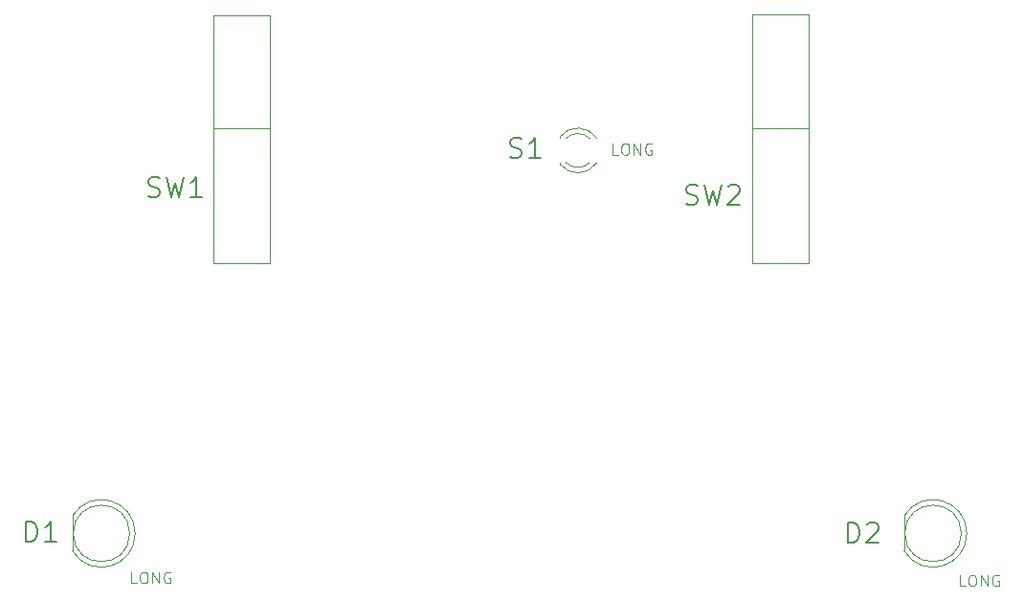
<source format=gbr>
%TF.GenerationSoftware,KiCad,Pcbnew,9.0.7-9.0.7~ubuntu24.04.1*%
%TF.CreationDate,2026-01-20T11:30:11-05:00*%
%TF.ProjectId,GS_Circuit,47535f43-6972-4637-9569-742e6b696361,rev?*%
%TF.SameCoordinates,Original*%
%TF.FileFunction,Legend,Top*%
%TF.FilePolarity,Positive*%
%FSLAX46Y46*%
G04 Gerber Fmt 4.6, Leading zero omitted, Abs format (unit mm)*
G04 Created by KiCad (PCBNEW 9.0.7-9.0.7~ubuntu24.04.1) date 2026-01-20 11:30:11*
%MOMM*%
%LPD*%
G01*
G04 APERTURE LIST*
%ADD10C,0.203200*%
%ADD11C,0.100000*%
%ADD12C,0.120000*%
G04 APERTURE END LIST*
D10*
X16707667Y-60651970D02*
X16707667Y-58873970D01*
X16707667Y-58873970D02*
X17131000Y-58873970D01*
X17131000Y-58873970D02*
X17385000Y-58958637D01*
X17385000Y-58958637D02*
X17554334Y-59127970D01*
X17554334Y-59127970D02*
X17639000Y-59297304D01*
X17639000Y-59297304D02*
X17723667Y-59635970D01*
X17723667Y-59635970D02*
X17723667Y-59889970D01*
X17723667Y-59889970D02*
X17639000Y-60228637D01*
X17639000Y-60228637D02*
X17554334Y-60397970D01*
X17554334Y-60397970D02*
X17385000Y-60567304D01*
X17385000Y-60567304D02*
X17131000Y-60651970D01*
X17131000Y-60651970D02*
X16707667Y-60651970D01*
X19417000Y-60651970D02*
X18401000Y-60651970D01*
X18909000Y-60651970D02*
X18909000Y-58873970D01*
X18909000Y-58873970D02*
X18739667Y-59127970D01*
X18739667Y-59127970D02*
X18570334Y-59297304D01*
X18570334Y-59297304D02*
X18401000Y-59381970D01*
D11*
X26540074Y-64362419D02*
X26063884Y-64362419D01*
X26063884Y-64362419D02*
X26063884Y-63362419D01*
X27063884Y-63362419D02*
X27254360Y-63362419D01*
X27254360Y-63362419D02*
X27349598Y-63410038D01*
X27349598Y-63410038D02*
X27444836Y-63505276D01*
X27444836Y-63505276D02*
X27492455Y-63695752D01*
X27492455Y-63695752D02*
X27492455Y-64029085D01*
X27492455Y-64029085D02*
X27444836Y-64219561D01*
X27444836Y-64219561D02*
X27349598Y-64314800D01*
X27349598Y-64314800D02*
X27254360Y-64362419D01*
X27254360Y-64362419D02*
X27063884Y-64362419D01*
X27063884Y-64362419D02*
X26968646Y-64314800D01*
X26968646Y-64314800D02*
X26873408Y-64219561D01*
X26873408Y-64219561D02*
X26825789Y-64029085D01*
X26825789Y-64029085D02*
X26825789Y-63695752D01*
X26825789Y-63695752D02*
X26873408Y-63505276D01*
X26873408Y-63505276D02*
X26968646Y-63410038D01*
X26968646Y-63410038D02*
X27063884Y-63362419D01*
X27921027Y-64362419D02*
X27921027Y-63362419D01*
X27921027Y-63362419D02*
X28492455Y-64362419D01*
X28492455Y-64362419D02*
X28492455Y-63362419D01*
X29492455Y-63410038D02*
X29397217Y-63362419D01*
X29397217Y-63362419D02*
X29254360Y-63362419D01*
X29254360Y-63362419D02*
X29111503Y-63410038D01*
X29111503Y-63410038D02*
X29016265Y-63505276D01*
X29016265Y-63505276D02*
X28968646Y-63600514D01*
X28968646Y-63600514D02*
X28921027Y-63790990D01*
X28921027Y-63790990D02*
X28921027Y-63933847D01*
X28921027Y-63933847D02*
X28968646Y-64124323D01*
X28968646Y-64124323D02*
X29016265Y-64219561D01*
X29016265Y-64219561D02*
X29111503Y-64314800D01*
X29111503Y-64314800D02*
X29254360Y-64362419D01*
X29254360Y-64362419D02*
X29349598Y-64362419D01*
X29349598Y-64362419D02*
X29492455Y-64314800D01*
X29492455Y-64314800D02*
X29540074Y-64267180D01*
X29540074Y-64267180D02*
X29540074Y-63933847D01*
X29540074Y-63933847D02*
X29349598Y-63933847D01*
D10*
X59545333Y-26647304D02*
X59799333Y-26731970D01*
X59799333Y-26731970D02*
X60222667Y-26731970D01*
X60222667Y-26731970D02*
X60392000Y-26647304D01*
X60392000Y-26647304D02*
X60476667Y-26562637D01*
X60476667Y-26562637D02*
X60561333Y-26393304D01*
X60561333Y-26393304D02*
X60561333Y-26223970D01*
X60561333Y-26223970D02*
X60476667Y-26054637D01*
X60476667Y-26054637D02*
X60392000Y-25969970D01*
X60392000Y-25969970D02*
X60222667Y-25885304D01*
X60222667Y-25885304D02*
X59884000Y-25800637D01*
X59884000Y-25800637D02*
X59714667Y-25715970D01*
X59714667Y-25715970D02*
X59630000Y-25631304D01*
X59630000Y-25631304D02*
X59545333Y-25461970D01*
X59545333Y-25461970D02*
X59545333Y-25292637D01*
X59545333Y-25292637D02*
X59630000Y-25123304D01*
X59630000Y-25123304D02*
X59714667Y-25038637D01*
X59714667Y-25038637D02*
X59884000Y-24953970D01*
X59884000Y-24953970D02*
X60307333Y-24953970D01*
X60307333Y-24953970D02*
X60561333Y-25038637D01*
X62254666Y-26731970D02*
X61238666Y-26731970D01*
X61746666Y-26731970D02*
X61746666Y-24953970D01*
X61746666Y-24953970D02*
X61577333Y-25207970D01*
X61577333Y-25207970D02*
X61408000Y-25377304D01*
X61408000Y-25377304D02*
X61238666Y-25461970D01*
D11*
X69144074Y-26460419D02*
X68667884Y-26460419D01*
X68667884Y-26460419D02*
X68667884Y-25460419D01*
X69667884Y-25460419D02*
X69858360Y-25460419D01*
X69858360Y-25460419D02*
X69953598Y-25508038D01*
X69953598Y-25508038D02*
X70048836Y-25603276D01*
X70048836Y-25603276D02*
X70096455Y-25793752D01*
X70096455Y-25793752D02*
X70096455Y-26127085D01*
X70096455Y-26127085D02*
X70048836Y-26317561D01*
X70048836Y-26317561D02*
X69953598Y-26412800D01*
X69953598Y-26412800D02*
X69858360Y-26460419D01*
X69858360Y-26460419D02*
X69667884Y-26460419D01*
X69667884Y-26460419D02*
X69572646Y-26412800D01*
X69572646Y-26412800D02*
X69477408Y-26317561D01*
X69477408Y-26317561D02*
X69429789Y-26127085D01*
X69429789Y-26127085D02*
X69429789Y-25793752D01*
X69429789Y-25793752D02*
X69477408Y-25603276D01*
X69477408Y-25603276D02*
X69572646Y-25508038D01*
X69572646Y-25508038D02*
X69667884Y-25460419D01*
X70525027Y-26460419D02*
X70525027Y-25460419D01*
X70525027Y-25460419D02*
X71096455Y-26460419D01*
X71096455Y-26460419D02*
X71096455Y-25460419D01*
X72096455Y-25508038D02*
X72001217Y-25460419D01*
X72001217Y-25460419D02*
X71858360Y-25460419D01*
X71858360Y-25460419D02*
X71715503Y-25508038D01*
X71715503Y-25508038D02*
X71620265Y-25603276D01*
X71620265Y-25603276D02*
X71572646Y-25698514D01*
X71572646Y-25698514D02*
X71525027Y-25888990D01*
X71525027Y-25888990D02*
X71525027Y-26031847D01*
X71525027Y-26031847D02*
X71572646Y-26222323D01*
X71572646Y-26222323D02*
X71620265Y-26317561D01*
X71620265Y-26317561D02*
X71715503Y-26412800D01*
X71715503Y-26412800D02*
X71858360Y-26460419D01*
X71858360Y-26460419D02*
X71953598Y-26460419D01*
X71953598Y-26460419D02*
X72096455Y-26412800D01*
X72096455Y-26412800D02*
X72144074Y-26365180D01*
X72144074Y-26365180D02*
X72144074Y-26031847D01*
X72144074Y-26031847D02*
X71953598Y-26031847D01*
D10*
X75139333Y-30777304D02*
X75393333Y-30861970D01*
X75393333Y-30861970D02*
X75816667Y-30861970D01*
X75816667Y-30861970D02*
X75986000Y-30777304D01*
X75986000Y-30777304D02*
X76070667Y-30692637D01*
X76070667Y-30692637D02*
X76155333Y-30523304D01*
X76155333Y-30523304D02*
X76155333Y-30353970D01*
X76155333Y-30353970D02*
X76070667Y-30184637D01*
X76070667Y-30184637D02*
X75986000Y-30099970D01*
X75986000Y-30099970D02*
X75816667Y-30015304D01*
X75816667Y-30015304D02*
X75478000Y-29930637D01*
X75478000Y-29930637D02*
X75308667Y-29845970D01*
X75308667Y-29845970D02*
X75224000Y-29761304D01*
X75224000Y-29761304D02*
X75139333Y-29591970D01*
X75139333Y-29591970D02*
X75139333Y-29422637D01*
X75139333Y-29422637D02*
X75224000Y-29253304D01*
X75224000Y-29253304D02*
X75308667Y-29168637D01*
X75308667Y-29168637D02*
X75478000Y-29083970D01*
X75478000Y-29083970D02*
X75901333Y-29083970D01*
X75901333Y-29083970D02*
X76155333Y-29168637D01*
X76748000Y-29083970D02*
X77171333Y-30861970D01*
X77171333Y-30861970D02*
X77510000Y-29591970D01*
X77510000Y-29591970D02*
X77848666Y-30861970D01*
X77848666Y-30861970D02*
X78272000Y-29083970D01*
X78864666Y-29253304D02*
X78949333Y-29168637D01*
X78949333Y-29168637D02*
X79118666Y-29083970D01*
X79118666Y-29083970D02*
X79542000Y-29083970D01*
X79542000Y-29083970D02*
X79711333Y-29168637D01*
X79711333Y-29168637D02*
X79796000Y-29253304D01*
X79796000Y-29253304D02*
X79880666Y-29422637D01*
X79880666Y-29422637D02*
X79880666Y-29591970D01*
X79880666Y-29591970D02*
X79796000Y-29845970D01*
X79796000Y-29845970D02*
X78780000Y-30861970D01*
X78780000Y-30861970D02*
X79880666Y-30861970D01*
X89502667Y-60801970D02*
X89502667Y-59023970D01*
X89502667Y-59023970D02*
X89926000Y-59023970D01*
X89926000Y-59023970D02*
X90180000Y-59108637D01*
X90180000Y-59108637D02*
X90349334Y-59277970D01*
X90349334Y-59277970D02*
X90434000Y-59447304D01*
X90434000Y-59447304D02*
X90518667Y-59785970D01*
X90518667Y-59785970D02*
X90518667Y-60039970D01*
X90518667Y-60039970D02*
X90434000Y-60378637D01*
X90434000Y-60378637D02*
X90349334Y-60547970D01*
X90349334Y-60547970D02*
X90180000Y-60717304D01*
X90180000Y-60717304D02*
X89926000Y-60801970D01*
X89926000Y-60801970D02*
X89502667Y-60801970D01*
X91196000Y-59193304D02*
X91280667Y-59108637D01*
X91280667Y-59108637D02*
X91450000Y-59023970D01*
X91450000Y-59023970D02*
X91873334Y-59023970D01*
X91873334Y-59023970D02*
X92042667Y-59108637D01*
X92042667Y-59108637D02*
X92127334Y-59193304D01*
X92127334Y-59193304D02*
X92212000Y-59362637D01*
X92212000Y-59362637D02*
X92212000Y-59531970D01*
X92212000Y-59531970D02*
X92127334Y-59785970D01*
X92127334Y-59785970D02*
X91111334Y-60801970D01*
X91111334Y-60801970D02*
X92212000Y-60801970D01*
D11*
X99860074Y-64622419D02*
X99383884Y-64622419D01*
X99383884Y-64622419D02*
X99383884Y-63622419D01*
X100383884Y-63622419D02*
X100574360Y-63622419D01*
X100574360Y-63622419D02*
X100669598Y-63670038D01*
X100669598Y-63670038D02*
X100764836Y-63765276D01*
X100764836Y-63765276D02*
X100812455Y-63955752D01*
X100812455Y-63955752D02*
X100812455Y-64289085D01*
X100812455Y-64289085D02*
X100764836Y-64479561D01*
X100764836Y-64479561D02*
X100669598Y-64574800D01*
X100669598Y-64574800D02*
X100574360Y-64622419D01*
X100574360Y-64622419D02*
X100383884Y-64622419D01*
X100383884Y-64622419D02*
X100288646Y-64574800D01*
X100288646Y-64574800D02*
X100193408Y-64479561D01*
X100193408Y-64479561D02*
X100145789Y-64289085D01*
X100145789Y-64289085D02*
X100145789Y-63955752D01*
X100145789Y-63955752D02*
X100193408Y-63765276D01*
X100193408Y-63765276D02*
X100288646Y-63670038D01*
X100288646Y-63670038D02*
X100383884Y-63622419D01*
X101241027Y-64622419D02*
X101241027Y-63622419D01*
X101241027Y-63622419D02*
X101812455Y-64622419D01*
X101812455Y-64622419D02*
X101812455Y-63622419D01*
X102812455Y-63670038D02*
X102717217Y-63622419D01*
X102717217Y-63622419D02*
X102574360Y-63622419D01*
X102574360Y-63622419D02*
X102431503Y-63670038D01*
X102431503Y-63670038D02*
X102336265Y-63765276D01*
X102336265Y-63765276D02*
X102288646Y-63860514D01*
X102288646Y-63860514D02*
X102241027Y-64050990D01*
X102241027Y-64050990D02*
X102241027Y-64193847D01*
X102241027Y-64193847D02*
X102288646Y-64384323D01*
X102288646Y-64384323D02*
X102336265Y-64479561D01*
X102336265Y-64479561D02*
X102431503Y-64574800D01*
X102431503Y-64574800D02*
X102574360Y-64622419D01*
X102574360Y-64622419D02*
X102669598Y-64622419D01*
X102669598Y-64622419D02*
X102812455Y-64574800D01*
X102812455Y-64574800D02*
X102860074Y-64527180D01*
X102860074Y-64527180D02*
X102860074Y-64193847D01*
X102860074Y-64193847D02*
X102669598Y-64193847D01*
D10*
X27599333Y-30087304D02*
X27853333Y-30171970D01*
X27853333Y-30171970D02*
X28276667Y-30171970D01*
X28276667Y-30171970D02*
X28446000Y-30087304D01*
X28446000Y-30087304D02*
X28530667Y-30002637D01*
X28530667Y-30002637D02*
X28615333Y-29833304D01*
X28615333Y-29833304D02*
X28615333Y-29663970D01*
X28615333Y-29663970D02*
X28530667Y-29494637D01*
X28530667Y-29494637D02*
X28446000Y-29409970D01*
X28446000Y-29409970D02*
X28276667Y-29325304D01*
X28276667Y-29325304D02*
X27938000Y-29240637D01*
X27938000Y-29240637D02*
X27768667Y-29155970D01*
X27768667Y-29155970D02*
X27684000Y-29071304D01*
X27684000Y-29071304D02*
X27599333Y-28901970D01*
X27599333Y-28901970D02*
X27599333Y-28732637D01*
X27599333Y-28732637D02*
X27684000Y-28563304D01*
X27684000Y-28563304D02*
X27768667Y-28478637D01*
X27768667Y-28478637D02*
X27938000Y-28393970D01*
X27938000Y-28393970D02*
X28361333Y-28393970D01*
X28361333Y-28393970D02*
X28615333Y-28478637D01*
X29208000Y-28393970D02*
X29631333Y-30171970D01*
X29631333Y-30171970D02*
X29970000Y-28901970D01*
X29970000Y-28901970D02*
X30308666Y-30171970D01*
X30308666Y-30171970D02*
X30732000Y-28393970D01*
X32340666Y-30171970D02*
X31324666Y-30171970D01*
X31832666Y-30171970D02*
X31832666Y-28393970D01*
X31832666Y-28393970D02*
X31663333Y-28647970D01*
X31663333Y-28647970D02*
X31494000Y-28817304D01*
X31494000Y-28817304D02*
X31324666Y-28901970D01*
D12*
%TO.C,D1*%
X20860000Y-58415000D02*
X20860000Y-61505000D01*
X20860000Y-58415170D02*
G75*
G02*
X26410000Y-59960000I2560000J-1544830D01*
G01*
X26410000Y-59960000D02*
G75*
G02*
X20860000Y-61504830I-2990000J0D01*
G01*
X25920000Y-59960000D02*
G75*
G02*
X20920000Y-59960000I-2500000J0D01*
G01*
X20920000Y-59960000D02*
G75*
G02*
X25920000Y-59960000I2500000J0D01*
G01*
%TO.C,S1*%
X64010000Y-24844000D02*
X64010000Y-25000000D01*
X64010000Y-27160000D02*
X64010000Y-27316000D01*
X64010000Y-24844484D02*
G75*
G02*
X67241437Y-25000000I1560000J-1235516D01*
G01*
X64529039Y-25000000D02*
G75*
G02*
X66610961Y-25000000I1040961J-1080000D01*
G01*
X66610961Y-27160000D02*
G75*
G02*
X64529039Y-27160000I-1040961J1080000D01*
G01*
X67241437Y-27160000D02*
G75*
G02*
X64010000Y-27315516I-1671437J1080000D01*
G01*
%TO.C,SW2*%
D11*
X80960000Y-24080000D02*
X85960000Y-24080000D01*
X85960000Y-14080000D01*
X80960000Y-14080000D01*
X80960000Y-24080000D01*
X80960000Y-36080000D02*
X85960000Y-36080000D01*
X85960000Y-24080000D01*
X80960000Y-24080000D01*
X80960000Y-36080000D01*
D12*
%TO.C,D2*%
X94435000Y-58415000D02*
X94435000Y-61505000D01*
X94435000Y-58415170D02*
G75*
G02*
X99985000Y-59960000I2560000J-1544830D01*
G01*
X99985000Y-59960000D02*
G75*
G02*
X94435000Y-61504830I-2990000J0D01*
G01*
X99495000Y-59960000D02*
G75*
G02*
X94495000Y-59960000I-2500000J0D01*
G01*
X94495000Y-59960000D02*
G75*
G02*
X99495000Y-59960000I2500000J0D01*
G01*
%TO.C,SW1*%
D11*
X33360000Y-24090000D02*
X38360000Y-24090000D01*
X38360000Y-14090000D01*
X33360000Y-14090000D01*
X33360000Y-24090000D01*
X33360000Y-36090000D02*
X38360000Y-36090000D01*
X38360000Y-24090000D01*
X33360000Y-24090000D01*
X33360000Y-36090000D01*
%TD*%
M02*

</source>
